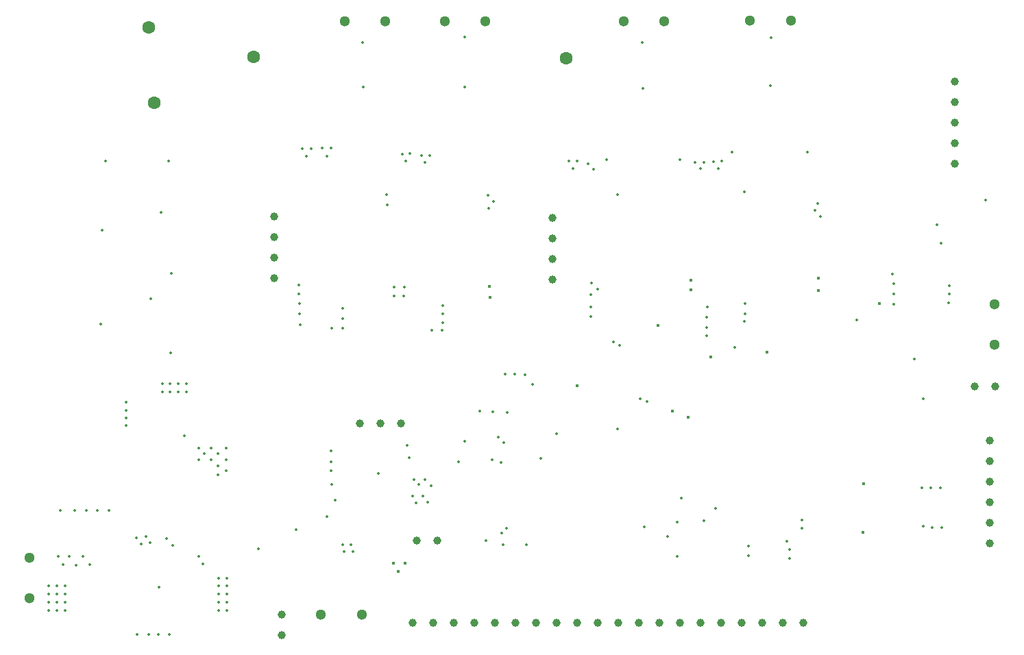
<source format=gbr>
%TF.GenerationSoftware,KiCad,Pcbnew,8.0.5*%
%TF.CreationDate,2025-03-07T14:53:00+05:30*%
%TF.ProjectId,Rapid_Core-RCP,52617069-645f-4436-9f72-652d5243502e,REV 1.0.0*%
%TF.SameCoordinates,PX811ac80PY7212260*%
%TF.FileFunction,Plated,1,4,PTH,Drill*%
%TF.FilePolarity,Positive*%
%FSLAX46Y46*%
G04 Gerber Fmt 4.6, Leading zero omitted, Abs format (unit mm)*
G04 Created by KiCad (PCBNEW 8.0.5) date 2025-03-07 14:53:00*
%MOMM*%
%LPD*%
G01*
G04 APERTURE LIST*
%TA.AperFunction,ViaDrill*%
%ADD10C,0.350000*%
%TD*%
%TA.AperFunction,ViaDrill*%
%ADD11C,0.400000*%
%TD*%
%TA.AperFunction,ViaDrill*%
%ADD12C,0.450000*%
%TD*%
%TA.AperFunction,ComponentDrill*%
%ADD13C,1.000000*%
%TD*%
%TA.AperFunction,ComponentDrill*%
%ADD14C,1.300000*%
%TD*%
%TA.AperFunction,ComponentDrill*%
%ADD15C,1.600000*%
%TD*%
G04 APERTURE END LIST*
D10*
X7794000Y9477343D03*
X7794000Y8477343D03*
X7794000Y7477343D03*
X7794000Y6477343D03*
X8794000Y9477343D03*
X8794000Y8477343D03*
X8794000Y7477343D03*
X8794000Y6477343D03*
X8924000Y13112000D03*
X9200000Y18800000D03*
X9524000Y12112000D03*
X9794000Y9477343D03*
X9794000Y8477343D03*
X9794000Y7477343D03*
X9794000Y6477343D03*
X10324000Y13112000D03*
X11000000Y18800000D03*
X11124000Y12012000D03*
X12024000Y13112000D03*
X12400000Y18800000D03*
X12824000Y12112000D03*
X13800000Y18800000D03*
X14224000Y41874500D03*
X14374000Y53462000D03*
X14824000Y62012000D03*
X15200000Y18800000D03*
X17324000Y32162000D03*
X17324000Y31162000D03*
X17374000Y30212000D03*
X17374000Y29312000D03*
X18624000Y15412000D03*
X18674000Y3512000D03*
X19224000Y14712000D03*
X19824000Y15612000D03*
X20124000Y3462000D03*
X20324000Y14812000D03*
X20424000Y45012000D03*
X21324000Y3462000D03*
X21403000Y9333000D03*
X21674000Y55662000D03*
X21794000Y34477343D03*
X21794000Y33477343D03*
X22324000Y15312000D03*
X22624000Y62012000D03*
X22674000Y3462000D03*
X22794000Y34477343D03*
X22794000Y33477343D03*
X22824000Y38312000D03*
X22924000Y48112000D03*
X23124000Y14512000D03*
X23794000Y34477343D03*
X23794000Y33477343D03*
X24524000Y28012000D03*
X24794000Y34477343D03*
X24794000Y33477343D03*
X26324000Y26512000D03*
X26324000Y25112000D03*
X26324000Y13112000D03*
X26824000Y12212000D03*
X27024000Y25812000D03*
X27824000Y26512000D03*
X27824000Y25112000D03*
X28724000Y25812000D03*
X28724000Y24312000D03*
X28724000Y23212000D03*
X28794000Y10477343D03*
X28794000Y9477343D03*
X28794000Y8477343D03*
X28794000Y7477343D03*
X28794000Y6477343D03*
X29724000Y26512000D03*
X29724000Y25112000D03*
X29724000Y23712000D03*
X29794000Y10477343D03*
X29794000Y9477343D03*
X29794000Y8477343D03*
X29794000Y7477343D03*
X29794000Y6477343D03*
X33674000Y14112000D03*
X38324000Y16412000D03*
X38674000Y46662000D03*
X38674000Y45562000D03*
X38724000Y44412000D03*
X38774000Y43112000D03*
X38824000Y41762000D03*
X39074000Y63512000D03*
X39624000Y62562000D03*
X40174000Y63562000D03*
X41574000Y63612000D03*
X42136500Y18062000D03*
X42174000Y62612000D03*
X42624000Y63612000D03*
X42624000Y26162000D03*
X42674000Y24812000D03*
X42674000Y23712000D03*
X42724000Y22062000D03*
X42774000Y41312000D03*
X43174000Y20062000D03*
X44074000Y43812000D03*
X44074000Y42512000D03*
X44074000Y41312000D03*
X44124000Y14612000D03*
X44224000Y13712000D03*
X45124000Y14612000D03*
X45324000Y13712000D03*
X46574000Y76662000D03*
X46624000Y71112000D03*
X48524000Y23362000D03*
X49524000Y57862000D03*
X49574000Y56612000D03*
X50424000Y46412000D03*
X50474000Y45362000D03*
X51424000Y62862000D03*
X51624000Y45312000D03*
X51674000Y46462000D03*
X51924000Y62012000D03*
X52024000Y26862000D03*
X52274000Y25362000D03*
X52374000Y62912000D03*
X52724000Y20612000D03*
X52924000Y22612000D03*
X53124000Y19712000D03*
X53524000Y22012000D03*
X53824000Y62712000D03*
X54024000Y20612000D03*
X54224000Y61812000D03*
X54224000Y22612000D03*
X54624000Y19812000D03*
X54824000Y62712000D03*
X55024000Y21912000D03*
X55074000Y41112000D03*
X56374000Y41062000D03*
X56424000Y44112000D03*
X56424000Y43112000D03*
X56424000Y42062000D03*
X58405250Y24812000D03*
X59124000Y77312000D03*
X59124000Y71112000D03*
X59205250Y27412000D03*
X61024000Y31112000D03*
X61824000Y15112000D03*
X62024000Y57762000D03*
X62124000Y56162000D03*
X62524000Y25112000D03*
X62624000Y31012000D03*
X62724000Y57012000D03*
X63324000Y27912000D03*
X63624000Y24712000D03*
X63724000Y16012000D03*
X63924000Y14612000D03*
X64024000Y27212000D03*
X64124000Y35712000D03*
X64324000Y16612000D03*
X64424000Y30912000D03*
X65324000Y35712000D03*
X66624000Y35612000D03*
X66824000Y14612000D03*
X67524000Y34412000D03*
X68524000Y25287000D03*
X70524000Y28312000D03*
X72024000Y62012000D03*
X72524000Y61062000D03*
X73024000Y61962000D03*
X74424000Y61662000D03*
X74724000Y42762000D03*
X74774000Y45462000D03*
X74774000Y43962000D03*
X74824000Y46962000D03*
X75124000Y60962000D03*
X75624000Y46212000D03*
X76724000Y62212000D03*
X77524000Y39612000D03*
X78024000Y57812000D03*
X78024000Y28862000D03*
X78324000Y39212000D03*
X80824000Y32612000D03*
X81124000Y76612000D03*
X81208000Y70996000D03*
X81324000Y16812000D03*
X81724000Y32312000D03*
X84224000Y15612000D03*
X85424000Y17412000D03*
X85424000Y13112000D03*
X85724000Y62212000D03*
X85924000Y20312000D03*
X87624000Y61862000D03*
X88274000Y61062000D03*
X88724000Y61862000D03*
X88724000Y17512000D03*
X89074000Y42712000D03*
X89074000Y41462000D03*
X89074000Y40412000D03*
X89124000Y43962000D03*
X89924000Y61912000D03*
X90124000Y19062000D03*
X90474000Y61112000D03*
X90874000Y61962000D03*
X92204000Y63102000D03*
X92524000Y39012000D03*
X93699000Y58172000D03*
X93724000Y42212000D03*
X93774000Y43162000D03*
X93824000Y44412000D03*
X94200000Y14400000D03*
X94200000Y13200000D03*
X96924000Y71312000D03*
X97024000Y77212000D03*
X98924000Y15012000D03*
X99324000Y14012000D03*
X99324000Y12912000D03*
X100824000Y17612000D03*
X100824000Y16612000D03*
X101524000Y63092000D03*
X102424000Y55912000D03*
X102774000Y56762000D03*
X103074000Y55162000D03*
X107600000Y42400000D03*
X112024000Y48012000D03*
X112124000Y46812000D03*
X112124000Y45612000D03*
X112124000Y44312000D03*
X114724000Y37512000D03*
X115624000Y21612000D03*
X115824000Y32612000D03*
X115824000Y16912000D03*
X116724000Y21612000D03*
X116924000Y16712000D03*
X117524000Y54112000D03*
X117924000Y21612000D03*
X118024000Y51862000D03*
X118124000Y16712000D03*
X118924000Y44512000D03*
X119024000Y46612000D03*
X119024000Y45612000D03*
X123474000Y57162000D03*
D11*
X73024000Y34212000D03*
X83074000Y41662000D03*
X89600000Y37800000D03*
X96500000Y38400000D03*
D12*
X50386500Y12262000D03*
X50986500Y11262000D03*
X51786500Y12262000D03*
X62224000Y46512000D03*
X62324000Y45112000D03*
X84824000Y31112000D03*
X86724000Y30312000D03*
X87124000Y47312000D03*
X87124000Y46112000D03*
X102824000Y47512000D03*
X102824000Y46012000D03*
X108324000Y16112000D03*
X108424000Y22112000D03*
X110424000Y44412000D03*
D13*
%TO.C,U2*%
X35591500Y55169500D03*
X35591500Y52629499D03*
X35591500Y50089500D03*
X35591500Y47549500D03*
%TO.C,J7*%
X36524000Y5927000D03*
X36524000Y3387000D03*
%TO.C,J2*%
X46234000Y29612000D03*
X48774000Y29612000D03*
X51313999Y29612000D03*
%TO.C,J5*%
X52704000Y4912000D03*
%TO.C,J3*%
X53249000Y15062000D03*
%TO.C,J5*%
X55244000Y4912000D03*
%TO.C,J3*%
X55789000Y15062000D03*
%TO.C,J5*%
X57784000Y4912000D03*
X60324000Y4912000D03*
X62864000Y4912000D03*
X65404000Y4912000D03*
X67944000Y4912000D03*
%TO.C,U1*%
X69991500Y54969500D03*
X69991500Y52429499D03*
X69991500Y49889500D03*
X69991500Y47349500D03*
%TO.C,J5*%
X70484000Y4912000D03*
X73024000Y4912000D03*
X75564000Y4912000D03*
X78104000Y4912000D03*
X80644000Y4912000D03*
X83184000Y4912000D03*
X85724000Y4912000D03*
X88264000Y4912000D03*
X90804000Y4912000D03*
X93344000Y4912000D03*
X95884000Y4912000D03*
X98424000Y4912000D03*
X100964000Y4912000D03*
%TO.C,J6*%
X119724000Y71832000D03*
X119724000Y69292000D03*
X119724000Y66752001D03*
X119724000Y64212000D03*
X119724000Y61672000D03*
%TO.C,J9*%
X122124000Y34112000D03*
%TO.C,J4*%
X124024000Y27442000D03*
X124024000Y24902000D03*
X124024000Y22362000D03*
X124024000Y19822000D03*
X124024000Y17282000D03*
X124024000Y14742000D03*
%TO.C,J9*%
X124664000Y34112000D03*
D14*
%TO.C,J1*%
X5424000Y13012000D03*
X5424000Y8012000D03*
%TO.C,J8*%
X41424000Y5912000D03*
%TO.C,J11*%
X44324000Y79312000D03*
%TO.C,J8*%
X46424000Y5912000D03*
%TO.C,J11*%
X49324000Y79312000D03*
%TO.C,J12*%
X56724000Y79312000D03*
X61724000Y79312000D03*
%TO.C,J14*%
X78824000Y79312000D03*
X83824000Y79312000D03*
%TO.C,J13*%
X94424000Y79362000D03*
X99424000Y79362000D03*
%TO.C,J10*%
X124624000Y44312000D03*
X124624000Y39312000D03*
D15*
%TO.C,TP6*%
X20124000Y78512000D03*
%TO.C,TP5*%
X20824000Y69212000D03*
%TO.C,TP7*%
X33124000Y74912000D03*
%TO.C,TP4*%
X71724000Y74712000D03*
M02*

</source>
